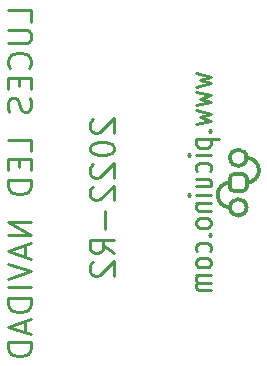
<source format=gbr>
%TF.GenerationSoftware,KiCad,Pcbnew,(5.1.12)-1*%
%TF.CreationDate,2022-01-20T18:33:59+01:00*%
%TF.ProjectId,pcb-luces-led-navidad,7063622d-6c75-4636-9573-2d6c65642d6e,R2*%
%TF.SameCoordinates,PX3072580PY3072580*%
%TF.FileFunction,Legend,Bot*%
%TF.FilePolarity,Positive*%
%FSLAX46Y46*%
G04 Gerber Fmt 4.6, Leading zero omitted, Abs format (unit mm)*
G04 Created by KiCad (PCBNEW (5.1.12)-1) date 2022-01-20 18:33:59*
%MOMM*%
%LPD*%
G01*
G04 APERTURE LIST*
%ADD10C,0.250000*%
%ADD11C,0.300000*%
G04 APERTURE END LIST*
D10*
X20589761Y-6065952D02*
X20589761Y-5113571D01*
X18589761Y-5113571D01*
X18589761Y-6732619D02*
X20208809Y-6732619D01*
X20399285Y-6827857D01*
X20494523Y-6923095D01*
X20589761Y-7113571D01*
X20589761Y-7494523D01*
X20494523Y-7685000D01*
X20399285Y-7780238D01*
X20208809Y-7875476D01*
X18589761Y-7875476D01*
X20399285Y-9970714D02*
X20494523Y-9875476D01*
X20589761Y-9589761D01*
X20589761Y-9399285D01*
X20494523Y-9113571D01*
X20304047Y-8923095D01*
X20113571Y-8827857D01*
X19732619Y-8732619D01*
X19446904Y-8732619D01*
X19065952Y-8827857D01*
X18875476Y-8923095D01*
X18685000Y-9113571D01*
X18589761Y-9399285D01*
X18589761Y-9589761D01*
X18685000Y-9875476D01*
X18780238Y-9970714D01*
X19542142Y-10827857D02*
X19542142Y-11494523D01*
X20589761Y-11780238D02*
X20589761Y-10827857D01*
X18589761Y-10827857D01*
X18589761Y-11780238D01*
X20494523Y-12542142D02*
X20589761Y-12827857D01*
X20589761Y-13304047D01*
X20494523Y-13494523D01*
X20399285Y-13589761D01*
X20208809Y-13685000D01*
X20018333Y-13685000D01*
X19827857Y-13589761D01*
X19732619Y-13494523D01*
X19637380Y-13304047D01*
X19542142Y-12923095D01*
X19446904Y-12732619D01*
X19351666Y-12637380D01*
X19161190Y-12542142D01*
X18970714Y-12542142D01*
X18780238Y-12637380D01*
X18685000Y-12732619D01*
X18589761Y-12923095D01*
X18589761Y-13399285D01*
X18685000Y-13685000D01*
X20589761Y-17018333D02*
X20589761Y-16065952D01*
X18589761Y-16065952D01*
X19542142Y-17685000D02*
X19542142Y-18351666D01*
X20589761Y-18637380D02*
X20589761Y-17685000D01*
X18589761Y-17685000D01*
X18589761Y-18637380D01*
X20589761Y-19494523D02*
X18589761Y-19494523D01*
X18589761Y-19970714D01*
X18685000Y-20256428D01*
X18875476Y-20446904D01*
X19065952Y-20542142D01*
X19446904Y-20637380D01*
X19732619Y-20637380D01*
X20113571Y-20542142D01*
X20304047Y-20446904D01*
X20494523Y-20256428D01*
X20589761Y-19970714D01*
X20589761Y-19494523D01*
X20589761Y-23018333D02*
X18589761Y-23018333D01*
X20589761Y-24161190D01*
X18589761Y-24161190D01*
X20018333Y-25018333D02*
X20018333Y-25970714D01*
X20589761Y-24827857D02*
X18589761Y-25494523D01*
X20589761Y-26161190D01*
X18589761Y-26542142D02*
X20589761Y-27208809D01*
X18589761Y-27875476D01*
X20589761Y-28542142D02*
X18589761Y-28542142D01*
X20589761Y-29494523D02*
X18589761Y-29494523D01*
X18589761Y-29970714D01*
X18685000Y-30256428D01*
X18875476Y-30446904D01*
X19065952Y-30542142D01*
X19446904Y-30637380D01*
X19732619Y-30637380D01*
X20113571Y-30542142D01*
X20304047Y-30446904D01*
X20494523Y-30256428D01*
X20589761Y-29970714D01*
X20589761Y-29494523D01*
X20018333Y-31399285D02*
X20018333Y-32351666D01*
X20589761Y-31208809D02*
X18589761Y-31875476D01*
X20589761Y-32542142D01*
X20589761Y-33208809D02*
X18589761Y-33208809D01*
X18589761Y-33685000D01*
X18685000Y-33970714D01*
X18875476Y-34161190D01*
X19065952Y-34256428D01*
X19446904Y-34351666D01*
X19732619Y-34351666D01*
X20113571Y-34256428D01*
X20304047Y-34161190D01*
X20494523Y-33970714D01*
X20589761Y-33685000D01*
X20589761Y-33208809D01*
X25765238Y-14335952D02*
X25670000Y-14431190D01*
X25574761Y-14621666D01*
X25574761Y-15097857D01*
X25670000Y-15288333D01*
X25765238Y-15383571D01*
X25955714Y-15478809D01*
X26146190Y-15478809D01*
X26431904Y-15383571D01*
X27574761Y-14240714D01*
X27574761Y-15478809D01*
X25574761Y-16716904D02*
X25574761Y-16907380D01*
X25670000Y-17097857D01*
X25765238Y-17193095D01*
X25955714Y-17288333D01*
X26336666Y-17383571D01*
X26812857Y-17383571D01*
X27193809Y-17288333D01*
X27384285Y-17193095D01*
X27479523Y-17097857D01*
X27574761Y-16907380D01*
X27574761Y-16716904D01*
X27479523Y-16526428D01*
X27384285Y-16431190D01*
X27193809Y-16335952D01*
X26812857Y-16240714D01*
X26336666Y-16240714D01*
X25955714Y-16335952D01*
X25765238Y-16431190D01*
X25670000Y-16526428D01*
X25574761Y-16716904D01*
X25765238Y-18145476D02*
X25670000Y-18240714D01*
X25574761Y-18431190D01*
X25574761Y-18907380D01*
X25670000Y-19097857D01*
X25765238Y-19193095D01*
X25955714Y-19288333D01*
X26146190Y-19288333D01*
X26431904Y-19193095D01*
X27574761Y-18050238D01*
X27574761Y-19288333D01*
X25765238Y-20050238D02*
X25670000Y-20145476D01*
X25574761Y-20335952D01*
X25574761Y-20812142D01*
X25670000Y-21002619D01*
X25765238Y-21097857D01*
X25955714Y-21193095D01*
X26146190Y-21193095D01*
X26431904Y-21097857D01*
X27574761Y-19955000D01*
X27574761Y-21193095D01*
X26812857Y-22050238D02*
X26812857Y-23574047D01*
X27574761Y-25669285D02*
X26622380Y-25002619D01*
X27574761Y-24526428D02*
X25574761Y-24526428D01*
X25574761Y-25288333D01*
X25670000Y-25478809D01*
X25765238Y-25574047D01*
X25955714Y-25669285D01*
X26241428Y-25669285D01*
X26431904Y-25574047D01*
X26527142Y-25478809D01*
X26622380Y-25288333D01*
X26622380Y-24526428D01*
X25765238Y-26431190D02*
X25670000Y-26526428D01*
X25574761Y-26716904D01*
X25574761Y-27193095D01*
X25670000Y-27383571D01*
X25765238Y-27478809D01*
X25955714Y-27574047D01*
X26146190Y-27574047D01*
X26431904Y-27478809D01*
X27574761Y-26335952D01*
X27574761Y-27574047D01*
D11*
%TO.C,Picuino_Logo_B6*%
X38798500Y-21785580D02*
G75*
G03*
X38798500Y-21785580I-698500J0D01*
G01*
X37398960Y-19286220D02*
X37398960Y-20083780D01*
X37701220Y-20386040D02*
X38498780Y-20386040D01*
X38798500Y-17584420D02*
G75*
G03*
X38798500Y-17584420I-698500J0D01*
G01*
X38498780Y-18983960D02*
X37701220Y-18983960D01*
X38801040Y-20083780D02*
X38801040Y-19286220D01*
X36347400Y-20736560D02*
G75*
G02*
X37398960Y-19685000I1051560J0D01*
G01*
X37398960Y-19286220D02*
G75*
G02*
X37701220Y-18983960I302260J0D01*
G01*
X38801040Y-20083780D02*
G75*
G02*
X38498780Y-20386040I-302260J0D01*
G01*
X37398960Y-21785580D02*
G75*
G02*
X36349940Y-20736560I0J1049020D01*
G01*
X38801040Y-17584420D02*
G75*
G02*
X39850060Y-18633440I0J-1049020D01*
G01*
X39852600Y-18633440D02*
G75*
G02*
X38801040Y-19685000I-1051560J0D01*
G01*
X38498780Y-18983960D02*
G75*
G02*
X38801040Y-19286220I0J-302260D01*
G01*
X37701220Y-20386040D02*
G75*
G02*
X37398960Y-20083780I0J302260D01*
G01*
D10*
X34496428Y-10435000D02*
X35829761Y-10720714D01*
X34877380Y-11006428D01*
X35829761Y-11292142D01*
X34496428Y-11577857D01*
X34496428Y-12006428D02*
X35829761Y-12292142D01*
X34877380Y-12577857D01*
X35829761Y-12863571D01*
X34496428Y-13149285D01*
X34496428Y-13577857D02*
X35829761Y-13863571D01*
X34877380Y-14149285D01*
X35829761Y-14435000D01*
X34496428Y-14720714D01*
X35639285Y-15292142D02*
X35734523Y-15363571D01*
X35829761Y-15292142D01*
X35734523Y-15220714D01*
X35639285Y-15292142D01*
X35829761Y-15292142D01*
X34496428Y-16006428D02*
X36496428Y-16006428D01*
X34591666Y-16006428D02*
X34496428Y-16149285D01*
X34496428Y-16435000D01*
X34591666Y-16577857D01*
X34686904Y-16649285D01*
X34877380Y-16720714D01*
X35448809Y-16720714D01*
X35639285Y-16649285D01*
X35734523Y-16577857D01*
X35829761Y-16435000D01*
X35829761Y-16149285D01*
X35734523Y-16006428D01*
X35829761Y-17363571D02*
X34496428Y-17363571D01*
X33829761Y-17363571D02*
X33925000Y-17292142D01*
X34020238Y-17363571D01*
X33925000Y-17435000D01*
X33829761Y-17363571D01*
X34020238Y-17363571D01*
X35734523Y-18720714D02*
X35829761Y-18577857D01*
X35829761Y-18292142D01*
X35734523Y-18149285D01*
X35639285Y-18077857D01*
X35448809Y-18006428D01*
X34877380Y-18006428D01*
X34686904Y-18077857D01*
X34591666Y-18149285D01*
X34496428Y-18292142D01*
X34496428Y-18577857D01*
X34591666Y-18720714D01*
X34496428Y-20006428D02*
X35829761Y-20006428D01*
X34496428Y-19363571D02*
X35544047Y-19363571D01*
X35734523Y-19435000D01*
X35829761Y-19577857D01*
X35829761Y-19792142D01*
X35734523Y-19935000D01*
X35639285Y-20006428D01*
X35829761Y-20720714D02*
X34496428Y-20720714D01*
X33829761Y-20720714D02*
X33925000Y-20649285D01*
X34020238Y-20720714D01*
X33925000Y-20792142D01*
X33829761Y-20720714D01*
X34020238Y-20720714D01*
X34496428Y-21435000D02*
X35829761Y-21435000D01*
X34686904Y-21435000D02*
X34591666Y-21506428D01*
X34496428Y-21649285D01*
X34496428Y-21863571D01*
X34591666Y-22006428D01*
X34782142Y-22077857D01*
X35829761Y-22077857D01*
X35829761Y-23006428D02*
X35734523Y-22863571D01*
X35639285Y-22792142D01*
X35448809Y-22720714D01*
X34877380Y-22720714D01*
X34686904Y-22792142D01*
X34591666Y-22863571D01*
X34496428Y-23006428D01*
X34496428Y-23220714D01*
X34591666Y-23363571D01*
X34686904Y-23435000D01*
X34877380Y-23506428D01*
X35448809Y-23506428D01*
X35639285Y-23435000D01*
X35734523Y-23363571D01*
X35829761Y-23220714D01*
X35829761Y-23006428D01*
X35639285Y-24149285D02*
X35734523Y-24220714D01*
X35829761Y-24149285D01*
X35734523Y-24077857D01*
X35639285Y-24149285D01*
X35829761Y-24149285D01*
X35734523Y-25506428D02*
X35829761Y-25363571D01*
X35829761Y-25077857D01*
X35734523Y-24935000D01*
X35639285Y-24863571D01*
X35448809Y-24792142D01*
X34877380Y-24792142D01*
X34686904Y-24863571D01*
X34591666Y-24935000D01*
X34496428Y-25077857D01*
X34496428Y-25363571D01*
X34591666Y-25506428D01*
X35829761Y-26363571D02*
X35734523Y-26220714D01*
X35639285Y-26149285D01*
X35448809Y-26077857D01*
X34877380Y-26077857D01*
X34686904Y-26149285D01*
X34591666Y-26220714D01*
X34496428Y-26363571D01*
X34496428Y-26577857D01*
X34591666Y-26720714D01*
X34686904Y-26792142D01*
X34877380Y-26863571D01*
X35448809Y-26863571D01*
X35639285Y-26792142D01*
X35734523Y-26720714D01*
X35829761Y-26577857D01*
X35829761Y-26363571D01*
X35829761Y-27506428D02*
X34496428Y-27506428D01*
X34686904Y-27506428D02*
X34591666Y-27577857D01*
X34496428Y-27720714D01*
X34496428Y-27935000D01*
X34591666Y-28077857D01*
X34782142Y-28149285D01*
X35829761Y-28149285D01*
X34782142Y-28149285D02*
X34591666Y-28220714D01*
X34496428Y-28363571D01*
X34496428Y-28577857D01*
X34591666Y-28720714D01*
X34782142Y-28792142D01*
X35829761Y-28792142D01*
%TD*%
M02*

</source>
